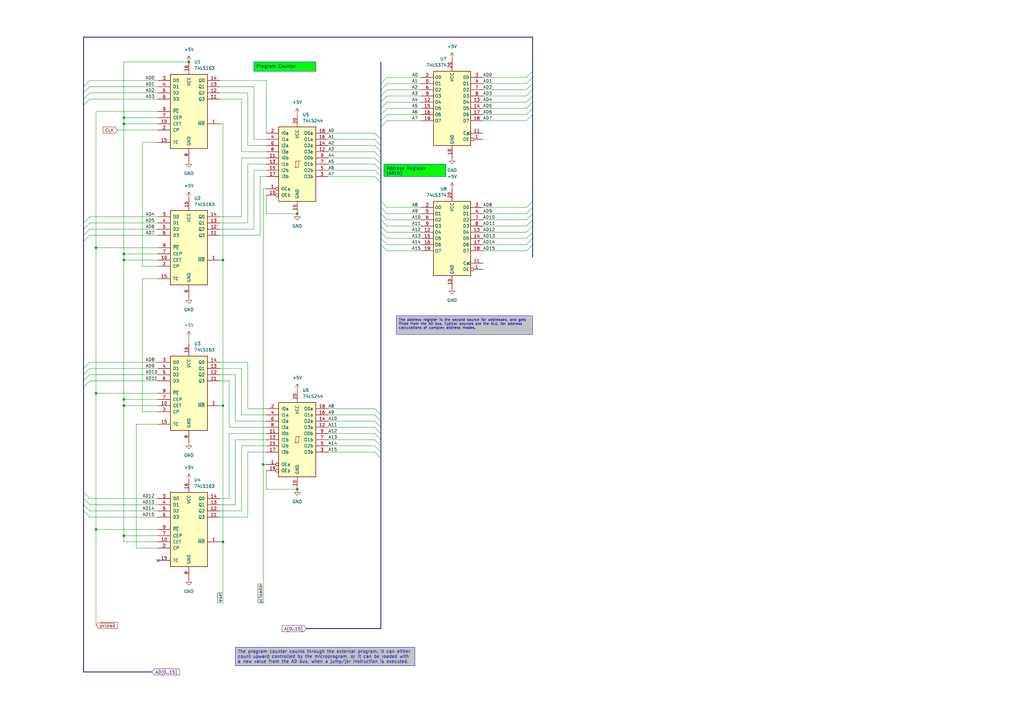
<source format=kicad_sch>
(kicad_sch (version 20250114) (generator "eeschema") (generator_version "9.0")
  (paper "A3")
  (title_block (date "2025-11-19"))
  (lib_symbols
    (symbol "74xx:74LS244" (pin_names (offset 1.016))
      (property "Reference" "U" (at -7.62 16.51 0))
      (property "Value" "74LS244" (at -7.62 -16.51 0))
      (symbol "74LS244_1_0"
        (polyline (pts (xy -1.27 -1.27) (xy 0.635 -1.27) (xy 0.635 1.27) (xy 1.27 1.27)))
        (polyline (pts (xy -0.635 -1.27) (xy -0.635 1.27) (xy 0.635 1.27)))
        (pin input line (at -12.7 12.7 0) (length 5.08) (name "I0a") (number "2"))
        (pin input line (at -12.7 10.16 0) (length 5.08) (name "I1a") (number "4"))
        (pin input line (at -12.7 7.62 0) (length 5.08) (name "I2a") (number "6"))
        (pin input line (at -12.7 5.08 0) (length 5.08) (name "I3a") (number "8"))
        (pin input line (at -12.7 2.54 0) (length 5.08) (name "I0b") (number "11"))
        (pin input line (at -12.7 0 0) (length 5.08) (name "I1b") (number "13"))
        (pin input line (at -12.7 -2.54 0) (length 5.08) (name "I2b") (number "15"))
        (pin input line (at -12.7 -5.08 0) (length 5.08) (name "I3b") (number "17"))
        (pin input inverted (at -12.7 -10.16 0) (length 5.08) (name "OEa") (number "1"))
        (pin input inverted (at -12.7 -12.7 0) (length 5.08) (name "OEb") (number "19"))
        (pin power_in line (at 0 20.32 270) (length 5.08) (name "VCC") (number "20"))
        (pin power_in line (at 0 -20.32 90) (length 5.08) (name "GND") (number "10"))
        (pin tri_state line (at 12.7 12.7 180) (length 5.08) (name "O0a") (number "18"))
        (pin tri_state line (at 12.7 10.16 180) (length 5.08) (name "O1a") (number "16"))
        (pin tri_state line (at 12.7 7.62 180) (length 5.08) (name "O2a") (number "14"))
        (pin tri_state line (at 12.7 5.08 180) (length 5.08) (name "O3a") (number "12"))
        (pin tri_state line (at 12.7 2.54 180) (length 5.08) (name "O0b") (number "9"))
        (pin tri_state line (at 12.7 0 180) (length 5.08) (name "O1b") (number "7"))
        (pin tri_state line (at 12.7 -2.54 180) (length 5.08) (name "O2b") (number "5"))
        (pin tri_state line (at 12.7 -5.08 180) (length 5.08) (name "O3b") (number "3"))
      )
      (symbol "74LS244_1_1"
        (rectangle (start -7.62 15.24) (end 7.62 -15.24) (stroke (width 0.254)) (fill (type background)))
      )
    )
    (symbol "74xx:74LS374"
      (property "Reference" "U" (at -7.62 16.51 0))
      (property "Value" "74LS374" (at -7.62 -16.51 0))
      (symbol "74LS374_1_0"
        (pin input line (at -12.7 12.7 0) (length 5.08) (name "D0") (number "3"))
        (pin input line (at -12.7 10.16 0) (length 5.08) (name "D1") (number "4"))
        (pin input line (at -12.7 7.62 0) (length 5.08) (name "D2") (number "7"))
        (pin input line (at -12.7 5.08 0) (length 5.08) (name "D3") (number "8"))
        (pin input line (at -12.7 2.54 0) (length 5.08) (name "D4") (number "13"))
        (pin input line (at -12.7 0 0) (length 5.08) (name "D5") (number "14"))
        (pin input line (at -12.7 -2.54 0) (length 5.08) (name "D6") (number "17"))
        (pin input line (at -12.7 -5.08 0) (length 5.08) (name "D7") (number "18"))
        (pin input clock (at -12.7 -10.16 0) (length 5.08) (name "Cp") (number "11"))
        (pin input inverted (at -12.7 -12.7 0) (length 5.08) (name "OE") (number "1"))
        (pin power_in line (at 0 20.32 270) (length 5.08) (name "VCC") (number "20"))
        (pin power_in line (at 0 -20.32 90) (length 5.08) (name "GND") (number "10"))
        (pin tri_state line (at 12.7 12.7 180) (length 5.08) (name "O0") (number "2"))
        (pin tri_state line (at 12.7 10.16 180) (length 5.08) (name "O1") (number "5"))
        (pin tri_state line (at 12.7 7.62 180) (length 5.08) (name "O2") (number "6"))
        (pin tri_state line (at 12.7 5.08 180) (length 5.08) (name "O3") (number "9"))
        (pin tri_state line (at 12.7 2.54 180) (length 5.08) (name "O4") (number "12"))
        (pin tri_state line (at 12.7 0 180) (length 5.08) (name "O5") (number "15"))
        (pin tri_state line (at 12.7 -2.54 180) (length 5.08) (name "O6") (number "16"))
        (pin tri_state line (at 12.7 -5.08 180) (length 5.08) (name "O7") (number "19"))
      )
      (symbol "74LS374_1_1"
        (rectangle (start -7.62 15.24) (end 7.62 -15.24) (stroke (width 0.254)) (fill (type background)))
      )
    )
    (symbol "frits:74LS163" (pin_names (offset 1.016))
      (property "Reference" "U12" (at 2.1433 20.32 0))
      (property "Value" "74LS163" (at 2.1433 17.78 0))
      (symbol "74LS163_1_0"
        (pin input line (at -12.7 12.7 0) (length 5.08) (name "D0") (number "3"))
        (pin input line (at -12.7 10.16 0) (length 5.08) (name "D1") (number "4"))
        (pin input line (at -12.7 7.62 0) (length 5.08) (name "D2") (number "5"))
        (pin input line (at -12.7 5.08 0) (length 5.08) (name "D3") (number "6"))
        (pin input line (at -12.7 0 0) (length 5.08) (name "~{PE}") (number "9"))
        (pin input line (at -12.7 -2.54 0) (length 5.08) (name "CEP") (number "7"))
        (pin input line (at -12.7 -5.08 0) (length 5.08) (name "CET") (number "10"))
        (pin input line (at -12.7 -7.62 0) (length 5.08) (name "CP") (number "2"))
        (pin output line (at -12.7 -12.7 0) (length 5.08) (name "TC") (number "15"))
        (pin power_in line (at 0 20.32 270) (length 5.08) (name "VCC") (number "16"))
        (pin power_in line (at 0 -20.32 90) (length 5.08) (name "GND") (number "8"))
        (pin output line (at 12.7 12.7 180) (length 5.08) (name "Q0") (number "14"))
        (pin output line (at 12.7 10.16 180) (length 5.08) (name "Q1") (number "13"))
        (pin output line (at 12.7 7.62 180) (length 5.08) (name "Q2") (number "12"))
        (pin output line (at 12.7 5.08 180) (length 5.08) (name "Q3") (number "11"))
        (pin input line (at 12.7 -5.08 180) (length 5.08) (name "~{MR}") (number "1"))
      )
      (symbol "74LS163_1_1"
        (rectangle (start -7.62 15.24) (end 7.62 -15.24) (stroke (width 0.254)) (fill (type background)))
      )
    )
    (symbol "power:+5V" (power) (pin_numbers (hide yes)) (pin_names (offset 0) (hide yes))
      (property "Value" "+5V" (at 0 3.556 0))
      (symbol "+5V_0_1"
        (polyline (pts (xy -0.762 1.27) (xy 0 2.54)))
        (polyline (pts (xy 0 2.54) (xy 0.762 1.27)))
        (polyline (pts (xy 0 0) (xy 0 2.54)))
      )
      (symbol "+5V_1_1"
        (pin power_in line (at 0 0 90) (length 0) (name "~") (number "1"))
      )
    )
    (symbol "power:GND" (power) (pin_numbers (hide yes)) (pin_names (offset 0) (hide yes))
      (property "Value" "GND" (at 0 -3.81 0))
      (symbol "GND_0_1"
        (polyline (pts (xy 0 0) (xy 0 -1.27) (xy 1.27 -1.27) (xy 0 -2.54) (xy -1.27 -1.27) (xy 0 -1.27)))
      )
      (symbol "GND_1_1"
        (pin power_in line (at 0 0 270) (length 0) (name "~") (number "1"))
      )
    )
  )
  (text_box "The address register is the second source for addresses, and gets\nfilled from the AD bus. Typical sources are the ALU, for address\ncalculations of complex address modes." (at 162.56 129.54 0) (size 55.88 7.62) (margins 0.9525 0.9525 0.9525 0.9525) (fill (type color) (color 194 194 194 1)) (effects (font (size 1.016 1.016)) (justify left top)))
  (text_box "The program counter counts through the external program. It can either\ncount upward controlled by the microprogram, or it can be loaded with\na new value from the AD bus, when a jump/jsr instruction is executed." (at 96.52 265.43 0) (size 73.66 7.62) (margins 0.9525 0.9525 0.9525 0.9525) (fill (type color) (color 194 194 194 1)) (effects (font (size 1.27 1.27)) (justify left top)))
  (text_box "Program Counter" (at 104.14 25.4 0) (size 25.4 3.81) (margins 0.9525 0.9525 0.9525 0.9525) (fill (type color) (color 0 255 0 1)) (effects (font (size 1.27 1.27)) (justify left top)))
  (text_box "Address Register\n(AREG)" (at 157.48 67.31 0) (size 25.4 5.08) (margins 0.9525 0.9525 0.9525 0.9525) (fill (type color) (color 0 255 0 1)) (effects (font (size 1.27 1.27)) (justify left top)))
  (junction (at 121.92 87.63))
  (junction (at 39.37 161.29))
  (junction (at 121.92 200.66))
  (junction (at 50.8 48.26))
  (junction (at 50.8 104.14))
  (junction (at 50.8 219.71))
  (junction (at 107.95 190.5))
  (junction (at 50.8 163.83))
  (junction (at 50.8 50.8))
  (junction (at 77.47 25.4))
  (junction (at 50.8 166.37))
  (junction (at 50.8 106.68))
  (junction (at 91.44 222.25))
  (junction (at 39.37 101.6))
  (junction (at 91.44 166.37))
  (junction (at 91.44 106.68))
  (junction (at 39.37 217.17))
  (no_connect (at 64.77 229.87))
  (bus_entry (at 156.21 95.25) (size 2.54 2.54))
  (bus_entry (at 156.21 100.33) (size 2.54 2.54))
  (bus_entry (at 218.44 85.09) (size -2.54 2.54))
  (bus_entry (at 218.44 92.71) (size -2.54 2.54))
  (bus_entry (at 156.21 39.37) (size 2.54 -2.54))
  (bus_entry (at 156.21 74.93) (size -2.54 -2.54))
  (bus_entry (at 156.21 41.91) (size 2.54 -2.54))
  (bus_entry (at 156.21 185.42) (size -2.54 -2.54))
  (bus_entry (at 218.44 29.21) (size -2.54 2.54))
  (bus_entry (at 34.29 201.93) (size 2.54 2.54))
  (bus_entry (at 156.21 87.63) (size 2.54 2.54))
  (bus_entry (at 34.29 35.56) (size 2.54 -2.54))
  (bus_entry (at 218.44 46.99) (size -2.54 2.54))
  (bus_entry (at 156.21 59.69) (size -2.54 -2.54))
  (bus_entry (at 156.21 82.55) (size 2.54 2.54))
  (bus_entry (at 34.29 209.55) (size 2.54 2.54))
  (bus_entry (at 156.21 69.85) (size -2.54 -2.54))
  (bus_entry (at 156.21 57.15) (size -2.54 -2.54))
  (bus_entry (at 156.21 182.88) (size -2.54 -2.54))
  (bus_entry (at 218.44 95.25) (size -2.54 2.54))
  (bus_entry (at 34.29 91.44) (size 2.54 -2.54))
  (bus_entry (at 156.21 67.31) (size -2.54 -2.54))
  (bus_entry (at 218.44 39.37) (size -2.54 2.54))
  (bus_entry (at 218.44 87.63) (size -2.54 2.54))
  (bus_entry (at 218.44 34.29) (size -2.54 2.54))
  (bus_entry (at 218.44 31.75) (size -2.54 2.54))
  (bus_entry (at 156.21 170.18) (size -2.54 -2.54))
  (bus_entry (at 156.21 85.09) (size 2.54 2.54))
  (bus_entry (at 156.21 175.26) (size -2.54 -2.54))
  (bus_entry (at 34.29 99.06) (size 2.54 -2.54))
  (bus_entry (at 34.29 96.52) (size 2.54 -2.54))
  (bus_entry (at 34.29 156.21) (size 2.54 -2.54))
  (bus_entry (at 156.21 180.34) (size -2.54 -2.54))
  (bus_entry (at 218.44 97.79) (size -2.54 2.54))
  (bus_entry (at 218.44 41.91) (size -2.54 2.54))
  (bus_entry (at 156.21 92.71) (size 2.54 2.54))
  (bus_entry (at 218.44 82.55) (size -2.54 2.54))
  (bus_entry (at 156.21 177.8) (size -2.54 -2.54))
  (bus_entry (at 218.44 90.17) (size -2.54 2.54))
  (bus_entry (at 218.44 44.45) (size -2.54 2.54))
  (bus_entry (at 34.29 151.13) (size 2.54 -2.54))
  (bus_entry (at 34.29 153.67) (size 2.54 -2.54))
  (bus_entry (at 34.29 43.18) (size 2.54 -2.54))
  (bus_entry (at 34.29 158.75) (size 2.54 -2.54))
  (bus_entry (at 156.21 90.17) (size 2.54 2.54))
  (bus_entry (at 34.29 40.64) (size 2.54 -2.54))
  (bus_entry (at 156.21 72.39) (size -2.54 -2.54))
  (bus_entry (at 34.29 38.1) (size 2.54 -2.54))
  (bus_entry (at 156.21 44.45) (size 2.54 -2.54))
  (bus_entry (at 156.21 62.23) (size -2.54 -2.54))
  (bus_entry (at 156.21 52.07) (size 2.54 -2.54))
  (bus_entry (at 34.29 204.47) (size 2.54 2.54))
  (bus_entry (at 156.21 34.29) (size 2.54 -2.54))
  (bus_entry (at 156.21 97.79) (size 2.54 2.54))
  (bus_entry (at 156.21 49.53) (size 2.54 -2.54))
  (bus_entry (at 34.29 93.98) (size 2.54 -2.54))
  (bus_entry (at 156.21 36.83) (size 2.54 -2.54))
  (bus_entry (at 218.44 100.33) (size -2.54 2.54))
  (bus_entry (at 156.21 172.72) (size -2.54 -2.54))
  (bus_entry (at 156.21 64.77) (size -2.54 -2.54))
  (bus_entry (at 156.21 187.96) (size -2.54 -2.54))
  (bus_entry (at 218.44 36.83) (size -2.54 2.54))
  (bus_entry (at 34.29 207.01) (size 2.54 2.54))
  (bus_entry (at 156.21 46.99) (size 2.54 -2.54))
  (wire (pts (xy 109.22 87.63) (xy 121.92 87.63)))
  (wire (pts (xy 134.62 182.88) (xy 153.67 182.88)))
  (wire (pts (xy 55.88 224.79) (xy 64.77 224.79)))
  (wire (pts (xy 109.22 200.66) (xy 121.92 200.66)))
  (wire (pts (xy 109.22 33.02) (xy 109.22 54.61)))
  (wire (pts (xy 134.62 185.42) (xy 153.67 185.42)))
  (wire (pts (xy 91.44 222.25) (xy 91.44 247.65)))
  (wire (pts (xy 64.77 45.72) (xy 39.37 45.72)))
  (bus (pts (xy 218.44 100.33) (xy 218.44 105.41)))
  (bus (pts (xy 156.21 46.99) (xy 156.21 49.53)))
  (wire (pts (xy 134.62 59.69) (xy 153.67 59.69)))
  (wire (pts (xy 58.42 109.22) (xy 64.77 109.22)))
  (bus (pts (xy 218.44 36.83) (xy 218.44 39.37)))
  (wire (pts (xy 106.68 72.39) (xy 109.22 72.39)))
  (wire (pts (xy 90.17 222.25) (xy 91.44 222.25)))
  (wire (pts (xy 58.42 58.42) (xy 58.42 109.22)))
  (bus (pts (xy 156.21 59.69) (xy 156.21 62.23)))
  (wire (pts (xy 158.75 85.09) (xy 172.72 85.09)))
  (wire (pts (xy 96.52 207.01) (xy 96.52 180.34)))
  (bus (pts (xy 218.44 44.45) (xy 218.44 46.99)))
  (wire (pts (xy 134.62 62.23) (xy 153.67 62.23)))
  (wire (pts (xy 55.88 173.99) (xy 55.88 224.79)))
  (bus (pts (xy 218.44 39.37) (xy 218.44 41.91)))
  (wire (pts (xy 91.44 166.37) (xy 91.44 222.25)))
  (wire (pts (xy 101.6 212.09) (xy 101.6 185.42)))
  (bus (pts (xy 125.73 257.81) (xy 156.21 257.81)))
  (wire (pts (xy 101.6 167.64) (xy 109.22 167.64)))
  (bus (pts (xy 218.44 34.29) (xy 218.44 36.83)))
  (wire (pts (xy 50.8 104.14) (xy 50.8 106.68)))
  (wire (pts (xy 99.06 170.18) (xy 109.22 170.18)))
  (wire (pts (xy 93.98 156.21) (xy 93.98 175.26)))
  (wire (pts (xy 109.22 64.77) (xy 99.06 64.77)))
  (wire (pts (xy 158.75 100.33) (xy 172.72 100.33)))
  (wire (pts (xy 99.06 62.23) (xy 109.22 62.23)))
  (wire (pts (xy 158.75 102.87) (xy 172.72 102.87)))
  (bus (pts (xy 218.44 95.25) (xy 218.44 97.79)))
  (wire (pts (xy 134.62 175.26) (xy 153.67 175.26)))
  (wire (pts (xy 90.17 35.56) (xy 104.14 35.56)))
  (wire (pts (xy 109.22 77.47) (xy 107.95 77.47)))
  (wire (pts (xy 99.06 64.77) (xy 99.06 88.9)))
  (wire (pts (xy 198.12 90.17) (xy 215.9 90.17)))
  (wire (pts (xy 134.62 177.8) (xy 153.67 177.8)))
  (wire (pts (xy 36.83 93.98) (xy 64.77 93.98)))
  (wire (pts (xy 58.42 168.91) (xy 64.77 168.91)))
  (wire (pts (xy 198.12 97.79) (xy 215.9 97.79)))
  (wire (pts (xy 90.17 166.37) (xy 91.44 166.37)))
  (bus (pts (xy 156.21 95.25) (xy 156.21 97.79)))
  (wire (pts (xy 198.12 34.29) (xy 215.9 34.29)))
  (wire (pts (xy 90.17 156.21) (xy 93.98 156.21)))
  (wire (pts (xy 96.52 180.34) (xy 109.22 180.34)))
  (wire (pts (xy 90.17 93.98) (xy 104.14 93.98)))
  (bus (pts (xy 34.29 209.55) (xy 34.29 275.59)))
  (bus (pts (xy 156.21 74.93) (xy 156.21 82.55)))
  (wire (pts (xy 36.83 88.9) (xy 64.77 88.9)))
  (bus (pts (xy 34.29 35.56) (xy 34.29 38.1)))
  (wire (pts (xy 39.37 161.29) (xy 39.37 217.17)))
  (wire (pts (xy 99.06 182.88) (xy 109.22 182.88)))
  (wire (pts (xy 158.75 46.99) (xy 172.72 46.99)))
  (wire (pts (xy 134.62 54.61) (xy 153.67 54.61)))
  (wire (pts (xy 77.47 140.97) (xy 77.47 138.43)))
  (bus (pts (xy 156.21 187.96) (xy 156.21 257.81)))
  (bus (pts (xy 218.44 15.24) (xy 218.44 29.21)))
  (wire (pts (xy 36.83 35.56) (xy 64.77 35.56)))
  (bus (pts (xy 34.29 93.98) (xy 34.29 96.52)))
  (wire (pts (xy 109.22 193.04) (xy 109.22 200.66)))
  (bus (pts (xy 34.29 158.75) (xy 34.29 201.93)))
  (wire (pts (xy 198.12 44.45) (xy 215.9 44.45)))
  (bus (pts (xy 218.44 97.79) (xy 218.44 100.33)))
  (wire (pts (xy 104.14 57.15) (xy 109.22 57.15)))
  (wire (pts (xy 36.83 33.02) (xy 64.77 33.02)))
  (bus (pts (xy 156.21 182.88) (xy 156.21 185.42)))
  (bus (pts (xy 156.21 185.42) (xy 156.21 187.96)))
  (wire (pts (xy 39.37 101.6) (xy 64.77 101.6)))
  (wire (pts (xy 158.75 41.91) (xy 172.72 41.91)))
  (bus (pts (xy 218.44 92.71) (xy 218.44 95.25)))
  (wire (pts (xy 36.83 209.55) (xy 64.77 209.55)))
  (bus (pts (xy 218.44 46.99) (xy 218.44 82.55)))
  (wire (pts (xy 90.17 50.8) (xy 91.44 50.8)))
  (wire (pts (xy 36.83 91.44) (xy 64.77 91.44)))
  (wire (pts (xy 104.14 93.98) (xy 104.14 69.85)))
  (wire (pts (xy 101.6 148.59) (xy 101.6 167.64)))
  (wire (pts (xy 134.62 170.18) (xy 153.67 170.18)))
  (bus (pts (xy 218.44 87.63) (xy 218.44 90.17)))
  (wire (pts (xy 64.77 48.26) (xy 50.8 48.26)))
  (wire (pts (xy 50.8 166.37) (xy 50.8 219.71)))
  (wire (pts (xy 90.17 96.52) (xy 106.68 96.52)))
  (bus (pts (xy 156.21 39.37) (xy 156.21 41.91)))
  (wire (pts (xy 96.52 172.72) (xy 109.22 172.72)))
  (wire (pts (xy 36.83 204.47) (xy 64.77 204.47)))
  (wire (pts (xy 198.12 85.09) (xy 215.9 85.09)))
  (bus (pts (xy 156.21 34.29) (xy 156.21 36.83)))
  (wire (pts (xy 107.95 77.47) (xy 107.95 190.5)))
  (bus (pts (xy 218.44 90.17) (xy 218.44 92.71)))
  (wire (pts (xy 198.12 36.83) (xy 215.9 36.83)))
  (wire (pts (xy 158.75 39.37) (xy 172.72 39.37)))
  (wire (pts (xy 90.17 209.55) (xy 99.06 209.55)))
  (wire (pts (xy 99.06 151.13) (xy 99.06 170.18)))
  (bus (pts (xy 34.29 40.64) (xy 34.29 43.18)))
  (bus (pts (xy 34.29 201.93) (xy 34.29 204.47)))
  (wire (pts (xy 91.44 50.8) (xy 91.44 106.68)))
  (bus (pts (xy 34.29 204.47) (xy 34.29 207.01)))
  (wire (pts (xy 99.06 209.55) (xy 99.06 182.88)))
  (wire (pts (xy 198.12 87.63) (xy 215.9 87.63)))
  (wire (pts (xy 134.62 67.31) (xy 153.67 67.31)))
  (wire (pts (xy 134.62 167.64) (xy 153.67 167.64)))
  (bus (pts (xy 218.44 85.09) (xy 218.44 87.63)))
  (wire (pts (xy 134.62 64.77) (xy 153.67 64.77)))
  (wire (pts (xy 39.37 101.6) (xy 39.37 161.29)))
  (wire (pts (xy 58.42 114.3) (xy 58.42 168.91)))
  (bus (pts (xy 156.21 52.07) (xy 156.21 57.15)))
  (wire (pts (xy 50.8 106.68) (xy 64.77 106.68)))
  (wire (pts (xy 36.83 148.59) (xy 64.77 148.59)))
  (bus (pts (xy 34.29 38.1) (xy 34.29 40.64)))
  (wire (pts (xy 198.12 100.33) (xy 215.9 100.33)))
  (wire (pts (xy 50.8 106.68) (xy 50.8 163.83)))
  (wire (pts (xy 90.17 91.44) (xy 101.6 91.44)))
  (wire (pts (xy 90.17 204.47) (xy 93.98 204.47)))
  (bus (pts (xy 34.29 43.18) (xy 34.29 91.44)))
  (wire (pts (xy 158.75 44.45) (xy 172.72 44.45)))
  (bus (pts (xy 156.21 72.39) (xy 156.21 74.93)))
  (wire (pts (xy 90.17 212.09) (xy 101.6 212.09)))
  (wire (pts (xy 50.8 50.8) (xy 50.8 104.14)))
  (wire (pts (xy 77.47 25.4) (xy 50.8 25.4)))
  (bus (pts (xy 156.21 62.23) (xy 156.21 64.77)))
  (wire (pts (xy 48.26 53.34) (xy 64.77 53.34)))
  (wire (pts (xy 158.75 92.71) (xy 172.72 92.71)))
  (wire (pts (xy 90.17 106.68) (xy 91.44 106.68)))
  (bus (pts (xy 156.21 69.85) (xy 156.21 72.39)))
  (wire (pts (xy 39.37 217.17) (xy 64.77 217.17)))
  (wire (pts (xy 93.98 204.47) (xy 93.98 177.8)))
  (wire (pts (xy 36.83 156.21) (xy 64.77 156.21)))
  (wire (pts (xy 36.83 207.01) (xy 64.77 207.01)))
  (wire (pts (xy 39.37 45.72) (xy 39.37 101.6)))
  (wire (pts (xy 198.12 41.91) (xy 215.9 41.91)))
  (wire (pts (xy 50.8 104.14) (xy 64.77 104.14)))
  (wire (pts (xy 90.17 153.67) (xy 96.52 153.67)))
  (wire (pts (xy 36.83 40.64) (xy 64.77 40.64)))
  (wire (pts (xy 101.6 59.69) (xy 109.22 59.69)))
  (wire (pts (xy 90.17 38.1) (xy 101.6 38.1)))
  (wire (pts (xy 198.12 46.99) (xy 215.9 46.99)))
  (wire (pts (xy 158.75 34.29) (xy 172.72 34.29)))
  (wire (pts (xy 198.12 95.25) (xy 215.9 95.25)))
  (wire (pts (xy 90.17 33.02) (xy 109.22 33.02)))
  (bus (pts (xy 34.29 99.06) (xy 34.29 151.13)))
  (wire (pts (xy 90.17 151.13) (xy 99.06 151.13)))
  (wire (pts (xy 90.17 40.64) (xy 99.06 40.64)))
  (wire (pts (xy 36.83 153.67) (xy 64.77 153.67)))
  (wire (pts (xy 90.17 207.01) (xy 96.52 207.01)))
  (wire (pts (xy 39.37 161.29) (xy 64.77 161.29)))
  (wire (pts (xy 101.6 91.44) (xy 101.6 67.31)))
  (bus (pts (xy 34.29 15.24) (xy 218.44 15.24)))
  (wire (pts (xy 50.8 163.83) (xy 64.77 163.83)))
  (wire (pts (xy 104.14 35.56) (xy 104.14 57.15)))
  (bus (pts (xy 156.21 85.09) (xy 156.21 87.63)))
  (wire (pts (xy 198.12 102.87) (xy 215.9 102.87)))
  (wire (pts (xy 106.68 96.52) (xy 106.68 72.39)))
  (wire (pts (xy 198.12 39.37) (xy 215.9 39.37)))
  (wire (pts (xy 158.75 97.79) (xy 172.72 97.79)))
  (wire (pts (xy 101.6 185.42) (xy 109.22 185.42)))
  (wire (pts (xy 107.95 190.5) (xy 109.22 190.5)))
  (wire (pts (xy 50.8 219.71) (xy 64.77 219.71)))
  (wire (pts (xy 50.8 163.83) (xy 50.8 166.37)))
  (bus (pts (xy 156.21 25.4) (xy 156.21 34.29)))
  (wire (pts (xy 101.6 38.1) (xy 101.6 59.69)))
  (wire (pts (xy 91.44 106.68) (xy 91.44 166.37)))
  (wire (pts (xy 198.12 49.53) (xy 215.9 49.53)))
  (wire (pts (xy 198.12 31.75) (xy 215.9 31.75)))
  (wire (pts (xy 50.8 222.25) (xy 64.77 222.25)))
  (bus (pts (xy 34.29 151.13) (xy 34.29 153.67)))
  (wire (pts (xy 158.75 90.17) (xy 172.72 90.17)))
  (wire (pts (xy 104.14 69.85) (xy 109.22 69.85)))
  (bus (pts (xy 156.21 49.53) (xy 156.21 52.07)))
  (bus (pts (xy 156.21 92.71) (xy 156.21 95.25)))
  (bus (pts (xy 156.21 100.33) (xy 156.21 170.18)))
  (bus (pts (xy 34.29 207.01) (xy 34.29 209.55)))
  (wire (pts (xy 99.06 40.64) (xy 99.06 62.23)))
  (bus (pts (xy 218.44 31.75) (xy 218.44 34.29)))
  (wire (pts (xy 36.83 151.13) (xy 64.77 151.13)))
  (wire (pts (xy 50.8 50.8) (xy 64.77 50.8)))
  (bus (pts (xy 156.21 41.91) (xy 156.21 44.45)))
  (bus (pts (xy 34.29 91.44) (xy 34.29 93.98)))
  (wire (pts (xy 50.8 219.71) (xy 50.8 222.25)))
  (wire (pts (xy 158.75 87.63) (xy 172.72 87.63)))
  (wire (pts (xy 134.62 57.15) (xy 153.67 57.15)))
  (wire (pts (xy 93.98 175.26) (xy 109.22 175.26)))
  (wire (pts (xy 198.12 92.71) (xy 215.9 92.71)))
  (wire (pts (xy 158.75 49.53) (xy 172.72 49.53)))
  (bus (pts (xy 156.21 170.18) (xy 156.21 172.72)))
  (wire (pts (xy 107.95 190.5) (xy 107.95 247.65)))
  (wire (pts (xy 64.77 58.42) (xy 58.42 58.42)))
  (bus (pts (xy 34.29 153.67) (xy 34.29 156.21)))
  (wire (pts (xy 39.37 217.17) (xy 39.37 256.54)))
  (wire (pts (xy 158.75 36.83) (xy 172.72 36.83)))
  (wire (pts (xy 134.62 180.34) (xy 153.67 180.34)))
  (wire (pts (xy 134.62 172.72) (xy 153.67 172.72)))
  (wire (pts (xy 50.8 166.37) (xy 64.77 166.37)))
  (bus (pts (xy 156.21 44.45) (xy 156.21 46.99)))
  (bus (pts (xy 156.21 64.77) (xy 156.21 67.31)))
  (bus (pts (xy 156.21 67.31) (xy 156.21 69.85)))
  (wire (pts (xy 134.62 72.39) (xy 153.67 72.39)))
  (bus (pts (xy 156.21 172.72) (xy 156.21 175.26)))
  (wire (pts (xy 96.52 153.67) (xy 96.52 172.72)))
  (wire (pts (xy 50.8 48.26) (xy 50.8 50.8)))
  (bus (pts (xy 156.21 177.8) (xy 156.21 180.34)))
  (bus (pts (xy 34.29 96.52) (xy 34.29 99.06)))
  (wire (pts (xy 64.77 173.99) (xy 55.88 173.99)))
  (wire (pts (xy 36.83 38.1) (xy 64.77 38.1)))
  (wire (pts (xy 99.06 88.9) (xy 90.17 88.9)))
  (bus (pts (xy 156.21 97.79) (xy 156.21 100.33)))
  (bus (pts (xy 156.21 87.63) (xy 156.21 90.17)))
  (bus (pts (xy 34.29 156.21) (xy 34.29 158.75)))
  (wire (pts (xy 36.83 96.52) (xy 64.77 96.52)))
  (wire (pts (xy 93.98 177.8) (xy 109.22 177.8)))
  (wire (pts (xy 158.75 95.25) (xy 172.72 95.25)))
  (bus (pts (xy 156.21 36.83) (xy 156.21 39.37)))
  (wire (pts (xy 158.75 31.75) (xy 172.72 31.75)))
  (bus (pts (xy 34.29 15.24) (xy 34.29 35.56)))
  (bus (pts (xy 218.44 29.21) (xy 218.44 31.75)))
  (bus (pts (xy 34.29 275.59) (xy 62.23 275.59)))
  (bus (pts (xy 218.44 82.55) (xy 218.44 85.09)))
  (bus (pts (xy 156.21 90.17) (xy 156.21 92.71)))
  (bus (pts (xy 156.21 180.34) (xy 156.21 182.88)))
  (wire (pts (xy 36.83 212.09) (xy 64.77 212.09)))
  (wire (pts (xy 50.8 25.4) (xy 50.8 48.26)))
  (bus (pts (xy 156.21 175.26) (xy 156.21 177.8)))
  (bus (pts (xy 156.21 57.15) (xy 156.21 59.69)))
  (bus (pts (xy 156.21 82.55) (xy 156.21 85.09)))
  (bus (pts (xy 218.44 41.91) (xy 218.44 44.45)))
  (wire (pts (xy 109.22 80.01) (xy 109.22 87.63)))
  (wire (pts (xy 64.77 114.3) (xy 58.42 114.3)))
  (wire (pts (xy 101.6 67.31) (xy 109.22 67.31)))
  (wire (pts (xy 90.17 148.59) (xy 101.6 148.59)))
  (wire (pts (xy 134.62 69.85) (xy 153.67 69.85)))
  (label "AD5" (at 198.12 44.45 0))
  (label "A8" (at 134.62 167.64 0))
  (label "AD3" (at 59.69 40.64 0))
  (label "A10" (at 134.62 172.72 0))
  (label "A9" (at 134.62 170.18 0))
  (label "AD11" (at 198.12 92.71 0))
  (label "A13" (at 168.91 97.79 0))
  (label "A15" (at 168.91 102.87 0))
  (label "A3" (at 168.91 39.37 0))
  (label "A1" (at 168.91 34.29 0))
  (label "AD12" (at 58.42 204.47 0))
  (label "A6" (at 134.62 69.85 0))
  (label "AD2" (at 198.12 36.83 0))
  (label "AD0" (at 59.69 33.02 0))
  (label "A14" (at 134.62 182.88 0))
  (label "A7" (at 168.91 49.53 0))
  (label "A15" (at 134.62 185.42 0))
  (label "AD9" (at 198.12 87.63 0))
  (label "A10" (at 168.91 90.17 0))
  (label "AD0" (at 198.12 31.75 0))
  (label "~{pctoaddr}" (at 107.95 247.65 90))
  (label "AD7" (at 198.12 49.53 0))
  (label "~{reset}" (at 91.44 247.65 90))
  (label "AD14" (at 58.42 209.55 0))
  (label "AD6" (at 198.12 46.99 0))
  (label "AD4" (at 59.69 88.9 0))
  (label "AD15" (at 58.42 212.09 0))
  (label "AD4" (at 198.12 41.91 0))
  (label "AD12" (at 198.12 95.25 0))
  (label "A11" (at 134.62 175.26 0))
  (label "A6" (at 168.91 46.99 0))
  (label "A2" (at 134.62 59.69 0))
  (label "A8" (at 168.91 85.09 0))
  (label "A7" (at 134.62 72.39 0))
  (label "AD9" (at 59.69 151.13 0))
  (label "A2" (at 168.91 36.83 0))
  (label "AD10" (at 59.69 153.67 0))
  (label "AD10" (at 198.12 90.17 0))
  (label "AD14" (at 198.12 100.33 0))
  (label "A5" (at 168.91 44.45 0))
  (label "AD13" (at 58.42 207.01 0))
  (label "AD8" (at 59.69 148.59 0))
  (label "A9" (at 168.91 87.63 0))
  (label "AD6" (at 59.69 93.98 0))
  (label "AD5" (at 59.69 91.44 0))
  (label "AD15" (at 198.12 102.87 0))
  (label "A13" (at 134.62 180.34 0))
  (label "A0" (at 168.91 31.75 0))
  (label "AD3" (at 198.12 39.37 0))
  (label "AD8" (at 198.12 85.09 0))
  (label "AD2" (at 59.69 38.1 0))
  (label "AD1" (at 198.12 34.29 0))
  (label "AD11" (at 59.69 156.21 0))
  (label "A0" (at 134.62 54.61 0))
  (label "A14" (at 168.91 100.33 0))
  (label "A4" (at 168.91 41.91 0))
  (label "A12" (at 168.91 95.25 0))
  (label "A12" (at 134.62 177.8 0))
  (label "A4" (at 134.62 64.77 0))
  (label "AD7" (at 59.69 96.52 0))
  (label "A5" (at 134.62 67.31 0))
  (label "A11" (at 168.91 92.71 0))
  (label "AD1" (at 59.69 35.56 0))
  (label "A3" (at 134.62 62.23 0))
  (label "AD13" (at 198.12 97.79 0))
  (label "A1" (at 134.62 57.15 0))
  (global_label "A[0..15]" (shape input) (at 125.73 257.81 180) (property "Intersheetrefs" "${INTERSHEET_REFS}" (effects (hide yes))))
  (global_label "AD[0..15]" (shape input) (at 62.23 275.59 0) (property "Intersheetrefs" "${INTERSHEET_REFS}" (effects (hide yes))))
  (global_label "~{pcload}" (shape input) (at 39.37 256.54 0) (property "Intersheetrefs" "${INTERSHEET_REFS}" (effects (hide yes))))
  (global_label "CLK" (shape input) (at 48.26 53.34 180) (property "Intersheetrefs" "${INTERSHEET_REFS}" (effects (hide yes))))
  (symbol (lib_id "power:GND") (at 185.42 64.77 0) (unit 1)
    (property "Reference" "#PWR018" (effects (hide yes)))
    (property "Value" "GND" (at 185.42 69.85 0))
    (property "Description" "Power symbol creates a global label with name \"GND\" , ground" (effects (hide yes)))
  )
  (symbol (lib_id "power:+5V") (at 77.47 196.85 0) (unit 1)
    (property "Reference" "#PWR011" (effects (hide yes)))
    (property "Value" "+5V" (at 77.47 191.77 0))
    (property "Description" "Power symbol creates a global label with name \"+5V\"" (effects (hide yes)))
  )
  (symbol (lib_id "74xx:74LS244") (at 121.92 67.31 0) (unit 1)
    (property "Reference" "U5" (at 124.0633 46.99 0) (effects (justify left)))
    (property "Value" "74LS244" (at 124.0633 49.53 0) (effects (justify left)))
    (property "Datasheet" "http://www.ti.com/lit/ds/symlink/sn74ls244.pdf" (effects (hide yes)))
    (property "Description" "Octal Buffer and Line Driver With 3-State Output, active-low enables, non-inverting outputs" (effects (hide yes)))
  )
  (symbol (lib_id "power:+5V") (at 77.47 81.28 0) (unit 1)
    (property "Reference" "#PWR07" (effects (hide yes)))
    (property "Value" "+5V" (at 77.47 76.2 0))
    (property "Description" "Power symbol creates a global label with name \"+5V\"" (effects (hide yes)))
  )
  (symbol (lib_id "power:+5V") (at 121.92 46.99 0) (unit 1)
    (property "Reference" "#PWR013" (effects (hide yes)))
    (property "Value" "+5V" (at 121.92 41.91 0))
    (property "Description" "Power symbol creates a global label with name \"+5V\"" (effects (hide yes)))
  )
  (symbol (lib_id "frits:74LS163") (at 77.47 101.6 0) (unit 1)
    (property "Reference" "U2" (at 79.6133 81.28 0) (effects (justify left)))
    (property "Value" "74LS163" (at 79.6133 83.82 0) (effects (justify left)))
    (property "Datasheet" "http://www.ti.com/lit/gpn/sn74LS163" (effects (hide yes)))
    (property "Description" "Synchronous 4-bit programmable binary Counter" (effects (hide yes)))
  )
  (symbol (lib_id "power:GND") (at 77.47 121.92 0) (unit 1)
    (property "Reference" "#PWR08" (effects (hide yes)))
    (property "Value" "GND" (at 77.47 127 0))
    (property "Description" "Power symbol creates a global label with name \"GND\" , ground" (effects (hide yes)))
  )
  (symbol (lib_id "power:GND") (at 185.42 118.11 0) (unit 1)
    (property "Reference" "#PWR020" (effects (hide yes)))
    (property "Value" "GND" (at 185.42 123.19 0))
    (property "Description" "Power symbol creates a global label with name \"GND\" , ground" (effects (hide yes)))
  )
  (symbol (lib_id "power:+5V") (at 77.47 138.43 0) (unit 1)
    (property "Reference" "#PWR09" (effects (hide yes)))
    (property "Value" "+5V" (at 77.47 133.35 0))
    (property "Description" "Power symbol creates a global label with name \"+5V\"" (effects (hide yes)))
  )
  (symbol (lib_id "power:+5V") (at 121.92 160.02 0) (unit 1)
    (property "Reference" "#PWR015" (effects (hide yes)))
    (property "Value" "+5V" (at 121.92 154.94 0))
    (property "Description" "Power symbol creates a global label with name \"+5V\"" (effects (hide yes)))
  )
  (symbol (lib_id "power:GND") (at 77.47 237.49 0) (unit 1)
    (property "Reference" "#PWR012" (effects (hide yes)))
    (property "Value" "GND" (at 77.47 242.57 0))
    (property "Description" "Power symbol creates a global label with name \"GND\" , ground" (effects (hide yes)))
  )
  (symbol (lib_id "74xx:74LS374") (at 185.42 44.45 0) (mirror y) (unit 1)
    (property "Reference" "U7" (at 183.2767 24.13 0) (effects (justify left)))
    (property "Value" "74LS374" (at 183.2767 26.67 0) (effects (justify left)))
    (property "Datasheet" "http://www.ti.com/lit/gpn/sn74LS374" (effects (hide yes)))
    (property "Description" "8-bit Register, 3-state outputs" (effects (hide yes)))
  )
  (symbol (lib_id "frits:74LS163") (at 77.47 217.17 0) (unit 1)
    (property "Reference" "U4" (at 79.6133 196.85 0) (effects (justify left)))
    (property "Value" "74LS163" (at 79.6133 199.39 0) (effects (justify left)))
    (property "Datasheet" "http://www.ti.com/lit/gpn/sn74LS163" (effects (hide yes)))
    (property "Description" "Synchronous 4-bit programmable binary Counter" (effects (hide yes)))
  )
  (symbol (lib_id "74xx:74LS244") (at 121.92 180.34 0) (unit 1)
    (property "Reference" "U6" (at 124.0633 160.02 0) (effects (justify left)))
    (property "Value" "74LS244" (at 124.0633 162.56 0) (effects (justify left)))
    (property "Datasheet" "http://www.ti.com/lit/ds/symlink/sn74ls244.pdf" (effects (hide yes)))
    (property "Description" "Octal Buffer and Line Driver With 3-State Output, active-low enables, non-inverting outputs" (effects (hide yes)))
  )
  (symbol (lib_id "frits:74LS163") (at 77.47 161.29 0) (unit 1)
    (property "Reference" "U3" (at 79.6133 140.97 0) (effects (justify left)))
    (property "Value" "74LS163" (at 79.6133 143.51 0) (effects (justify left)))
    (property "Datasheet" "http://www.ti.com/lit/gpn/sn74LS163" (effects (hide yes)))
    (property "Description" "Synchronous 4-bit programmable binary Counter" (effects (hide yes)))
  )
  (symbol (lib_id "74xx:74LS374") (at 185.42 97.79 0) (mirror y) (unit 1)
    (property "Reference" "U8" (at 183.2767 77.47 0) (effects (justify left)))
    (property "Value" "74LS374" (at 183.2767 80.01 0) (effects (justify left)))
    (property "Datasheet" "http://www.ti.com/lit/gpn/sn74LS374" (effects (hide yes)))
    (property "Description" "8-bit Register, 3-state outputs" (effects (hide yes)))
  )
  (symbol (lib_id "power:GND") (at 121.92 87.63 0) (unit 1)
    (property "Reference" "#PWR014" (effects (hide yes)))
    (property "Value" "GND" (at 121.92 92.71 0))
    (property "Description" "Power symbol creates a global label with name \"GND\" , ground" (effects (hide yes)))
  )
  (symbol (lib_id "power:GND") (at 77.47 181.61 0) (unit 1)
    (property "Reference" "#PWR010" (effects (hide yes)))
    (property "Value" "GND" (at 77.47 186.69 0))
    (property "Description" "Power symbol creates a global label with name \"GND\" , ground" (effects (hide yes)))
  )
  (symbol (lib_id "power:GND") (at 77.47 66.04 0) (unit 1)
    (property "Reference" "#PWR06" (effects (hide yes)))
    (property "Value" "GND" (at 77.47 71.12 0))
    (property "Description" "Power symbol creates a global label with name \"GND\" , ground" (effects (hide yes)))
  )
  (symbol (lib_id "frits:74LS163") (at 77.47 45.72 0) (unit 1)
    (property "Reference" "U1" (at 79.6133 25.4 0) (effects (justify left)))
    (property "Value" "74LS163" (at 79.6133 27.94 0) (effects (justify left)))
    (property "Datasheet" "http://www.ti.com/lit/gpn/sn74LS163" (effects (hide yes)))
    (property "Description" "Synchronous 4-bit programmable binary Counter" (effects (hide yes)))
  )
  (symbol (lib_id "power:+5V") (at 77.47 25.4 0) (unit 1)
    (property "Reference" "#PWR05" (effects (hide yes)))
    (property "Value" "+5V" (at 77.47 20.32 0))
    (property "Description" "Power symbol creates a global label with name \"+5V\"" (effects (hide yes)))
  )
  (symbol (lib_id "power:+5V") (at 185.42 24.13 0) (unit 1)
    (property "Reference" "#PWR017" (effects (hide yes)))
    (property "Value" "+5V" (at 185.42 19.05 0))
    (property "Description" "Power symbol creates a global label with name \"+5V\"" (effects (hide yes)))
  )
  (symbol (lib_id "power:GND") (at 121.92 200.66 0) (unit 1)
    (property "Reference" "#PWR016" (effects (hide yes)))
    (property "Value" "GND" (at 121.92 205.74 0))
    (property "Description" "Power symbol creates a global label with name \"GND\" , ground" (effects (hide yes)))
  )
  (symbol (lib_id "power:+5V") (at 185.42 77.47 0) (unit 1)
    (property "Reference" "#PWR019" (effects (hide yes)))
    (property "Value" "+5V" (at 185.42 72.39 0))
    (property "Description" "Power symbol creates a global label with name \"+5V\"" (effects (hide yes)))
  )
)
</source>
